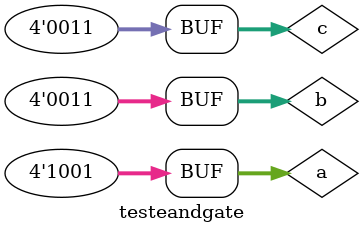
<source format=v>
module andgate(output [0:3]s,input [0:3] p,input [0:3] q,input[0:3] r);
assign s=((p)&(q)&(r));
endmodule //and
//--------------------
//--test andgate
//--------------------
module testeandgate;
//--------------------dados locais
reg [0:3] a ,b,c;//define registrador
wire [0:3]s;//define conexao(fio)
//--------------------instancia
andgate NOR1(s,a,b,c);
//--------------------preparaçao
initial begin:start
a=4'b0001;//4 valores binarios
b=4'b0101;//4 valores binarios
c=4'b0011;//4 valores binarios
end
//---------------------parte principal
initial begin:main
$display("Exercicio0008- Fernando Silva  - 414506");
$display("Test and gate");
$display("\n a & b & c = s\n");
$monitor("%b & %b & %b = %b",a,b,c,s);
#1 a=0;b=0;c=0; //valores decimais
#1 a=4'b0010;b=4'b0001;c=4'b0011; //valores binarios
#1 a=4'd1;b=3;c=3; //decimal e decimal
#1 a=4'o5;b=2;c=3; //octal e decimal
#1 a=4'hA; b=3;c=4; //hexadecimal e decimal
#1 a=4'h9;b=4'o3;c=3; //hexadecimal e octal
end
endmodule //test andgate
</source>
